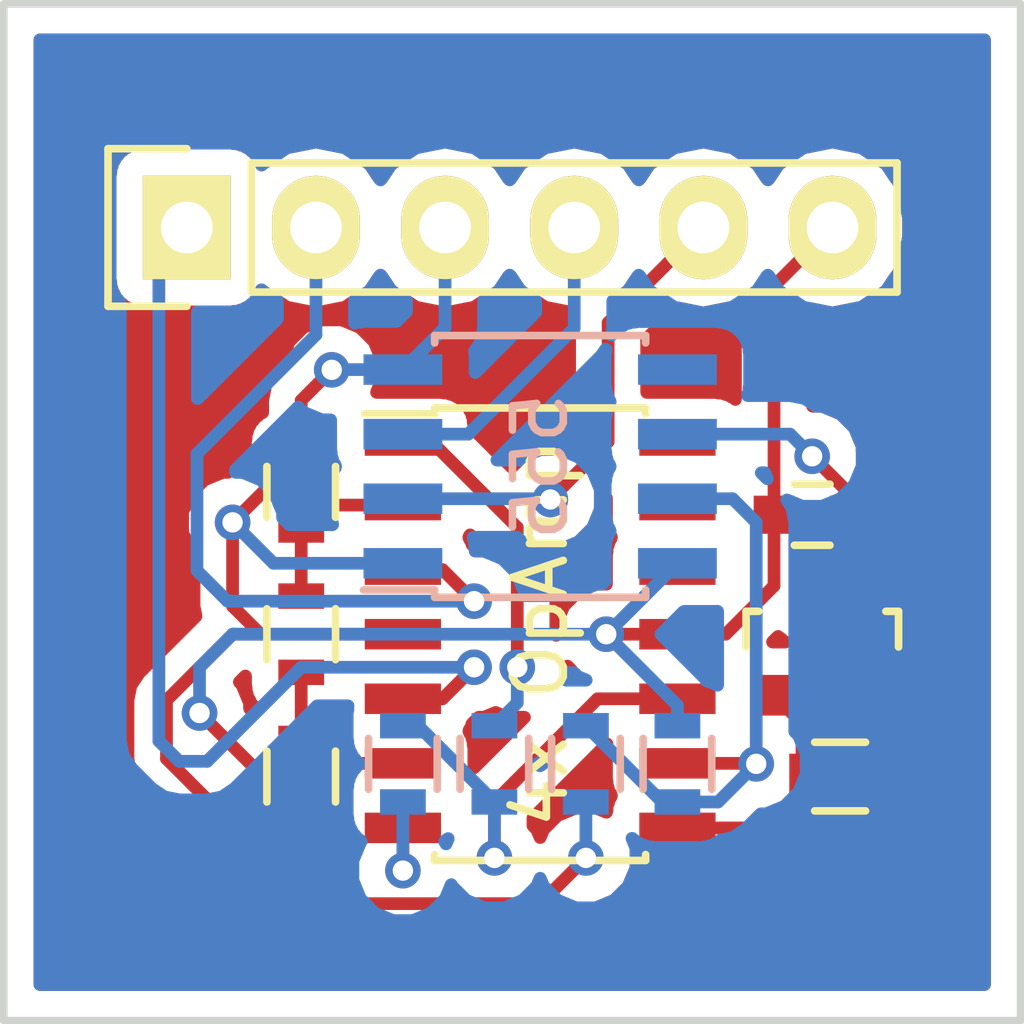
<source format=kicad_pcb>
(kicad_pcb (version 4) (host pcbnew 4.0.1-stable)

  (general
    (links 0)
    (no_connects 0)
    (area 122.719763 62.800713 149.380237 88.425001)
    (thickness 1.6)
    (drawings 4)
    (tracks 114)
    (zones 0)
    (modules 13)
    (nets 1)
  )

  (page A4)
  (layers
    (0 F.Cu signal)
    (31 B.Cu signal)
    (32 B.Adhes user)
    (33 F.Adhes user)
    (34 B.Paste user)
    (35 F.Paste user)
    (36 B.SilkS user)
    (37 F.SilkS user)
    (38 B.Mask user)
    (39 F.Mask user)
    (40 Dwgs.User user)
    (41 Cmts.User user)
    (42 Eco1.User user)
    (43 Eco2.User user)
    (44 Edge.Cuts user)
    (45 Margin user)
    (46 B.CrtYd user)
    (47 F.CrtYd user)
    (48 B.Fab user)
    (49 F.Fab user)
  )

  (setup
    (last_trace_width 0.25)
    (trace_clearance 0.16)
    (zone_clearance 0.508)
    (zone_45_only no)
    (trace_min 0.2)
    (segment_width 0.2)
    (edge_width 0.15)
    (via_size 0.7)
    (via_drill 0.4)
    (via_min_size 0.4)
    (via_min_drill 0.3)
    (uvia_size 0.3)
    (uvia_drill 0.1)
    (uvias_allowed no)
    (uvia_min_size 0.2)
    (uvia_min_drill 0.1)
    (pcb_text_width 0.3)
    (pcb_text_size 1.5 1.5)
    (mod_edge_width 0.15)
    (mod_text_size 1 1)
    (mod_text_width 0.15)
    (pad_size 1.524 1.524)
    (pad_drill 0.762)
    (pad_to_mask_clearance 0.2)
    (aux_axis_origin 0 0)
    (visible_elements 7FFFFF7F)
    (pcbplotparams
      (layerselection 0x01000_00000000)
      (usegerberextensions false)
      (excludeedgelayer true)
      (linewidth 0.100000)
      (plotframeref false)
      (viasonmask false)
      (mode 1)
      (useauxorigin false)
      (hpglpennumber 1)
      (hpglpenspeed 20)
      (hpglpendiameter 15)
      (hpglpenoverlay 2)
      (psnegative false)
      (psa4output false)
      (plotreference true)
      (plotvalue true)
      (plotinvisibletext false)
      (padsonsilk false)
      (subtractmaskfromsilk false)
      (outputformat 1)
      (mirror false)
      (drillshape 0)
      (scaleselection 1)
      (outputdirectory Gerbers/))
  )

  (net 0 "")

  (net_class Default "This is the default net class."
    (clearance 0.16)
    (trace_width 0.25)
    (via_dia 0.7)
    (via_drill 0.4)
    (uvia_dia 0.3)
    (uvia_drill 0.1)
  )

  (module Resistors_SMD:R_0603 (layer B.Cu) (tedit 56C283E0) (tstamp 56C2844E)
    (at 136.95 83.3 270)
    (descr "Resistor SMD 0603, reflow soldering, Vishay (see dcrcw.pdf)")
    (tags "resistor 0603")
    (attr smd)
    (fp_text reference REF** (at 0 1.9 270) (layer B.SilkS) hide
      (effects (font (size 1 1) (thickness 0.15)) (justify mirror))
    )
    (fp_text value R_0603 (at 0 -1.9 270) (layer B.Fab) hide
      (effects (font (size 1 1) (thickness 0.15)) (justify mirror))
    )
    (fp_line (start -1.3 0.8) (end 1.3 0.8) (layer B.CrtYd) (width 0.05))
    (fp_line (start -1.3 -0.8) (end 1.3 -0.8) (layer B.CrtYd) (width 0.05))
    (fp_line (start -1.3 0.8) (end -1.3 -0.8) (layer B.CrtYd) (width 0.05))
    (fp_line (start 1.3 0.8) (end 1.3 -0.8) (layer B.CrtYd) (width 0.05))
    (fp_line (start 0.5 -0.675) (end -0.5 -0.675) (layer B.SilkS) (width 0.15))
    (fp_line (start -0.5 0.675) (end 0.5 0.675) (layer B.SilkS) (width 0.15))
    (pad 1 smd rect (at -0.75 0 270) (size 0.5 0.9) (layers B.Cu B.Paste B.Mask))
    (pad 2 smd rect (at 0.75 0 270) (size 0.5 0.9) (layers B.Cu B.Paste B.Mask))
    (model Resistors_SMD.3dshapes/R_0603.wrl
      (at (xyz 0 0 0))
      (scale (xyz 1 1 1))
      (rotate (xyz 0 0 0))
    )
  )

  (module Resistors_SMD:R_0603 (layer B.Cu) (tedit 56C283E0) (tstamp 56C28459)
    (at 138.75 83.3 270)
    (descr "Resistor SMD 0603, reflow soldering, Vishay (see dcrcw.pdf)")
    (tags "resistor 0603")
    (attr smd)
    (fp_text reference REF** (at 0 1.9 270) (layer B.SilkS) hide
      (effects (font (size 1 1) (thickness 0.15)) (justify mirror))
    )
    (fp_text value R_0603 (at 0 -1.9 270) (layer B.Fab) hide
      (effects (font (size 1 1) (thickness 0.15)) (justify mirror))
    )
    (fp_line (start -1.3 0.8) (end 1.3 0.8) (layer B.CrtYd) (width 0.05))
    (fp_line (start -1.3 -0.8) (end 1.3 -0.8) (layer B.CrtYd) (width 0.05))
    (fp_line (start -1.3 0.8) (end -1.3 -0.8) (layer B.CrtYd) (width 0.05))
    (fp_line (start 1.3 0.8) (end 1.3 -0.8) (layer B.CrtYd) (width 0.05))
    (fp_line (start 0.5 -0.675) (end -0.5 -0.675) (layer B.SilkS) (width 0.15))
    (fp_line (start -0.5 0.675) (end 0.5 0.675) (layer B.SilkS) (width 0.15))
    (pad 1 smd rect (at -0.75 0 270) (size 0.5 0.9) (layers B.Cu B.Paste B.Mask))
    (pad 2 smd rect (at 0.75 0 270) (size 0.5 0.9) (layers B.Cu B.Paste B.Mask))
    (model Resistors_SMD.3dshapes/R_0603.wrl
      (at (xyz 0 0 0))
      (scale (xyz 1 1 1))
      (rotate (xyz 0 0 0))
    )
  )

  (module Resistors_SMD:R_0603 (layer F.Cu) (tedit 56C283E0) (tstamp 56C28443)
    (at 141.95 83.55)
    (descr "Resistor SMD 0603, reflow soldering, Vishay (see dcrcw.pdf)")
    (tags "resistor 0603")
    (attr smd)
    (fp_text reference REF** (at 0 -1.9) (layer F.SilkS) hide
      (effects (font (size 1 1) (thickness 0.15)))
    )
    (fp_text value R_0603 (at 0 1.9) (layer F.Fab) hide
      (effects (font (size 1 1) (thickness 0.15)))
    )
    (fp_line (start -1.3 -0.8) (end 1.3 -0.8) (layer F.CrtYd) (width 0.05))
    (fp_line (start -1.3 0.8) (end 1.3 0.8) (layer F.CrtYd) (width 0.05))
    (fp_line (start -1.3 -0.8) (end -1.3 0.8) (layer F.CrtYd) (width 0.05))
    (fp_line (start 1.3 -0.8) (end 1.3 0.8) (layer F.CrtYd) (width 0.05))
    (fp_line (start 0.5 0.675) (end -0.5 0.675) (layer F.SilkS) (width 0.15))
    (fp_line (start -0.5 -0.675) (end 0.5 -0.675) (layer F.SilkS) (width 0.15))
    (pad 1 smd rect (at -0.75 0) (size 0.5 0.9) (layers F.Cu F.Paste F.Mask))
    (pad 2 smd rect (at 0.75 0) (size 0.5 0.9) (layers F.Cu F.Paste F.Mask))
    (model Resistors_SMD.3dshapes/R_0603.wrl
      (at (xyz 0 0 0))
      (scale (xyz 1 1 1))
      (rotate (xyz 0 0 0))
    )
  )

  (module Resistors_SMD:R_0603 (layer B.Cu) (tedit 56C283E0) (tstamp 56C28438)
    (at 135.15 83.3 270)
    (descr "Resistor SMD 0603, reflow soldering, Vishay (see dcrcw.pdf)")
    (tags "resistor 0603")
    (attr smd)
    (fp_text reference REF** (at 0 1.9 270) (layer B.SilkS) hide
      (effects (font (size 1 1) (thickness 0.15)) (justify mirror))
    )
    (fp_text value R_0603 (at 0 -1.9 270) (layer B.Fab) hide
      (effects (font (size 1 1) (thickness 0.15)) (justify mirror))
    )
    (fp_line (start -1.3 0.8) (end 1.3 0.8) (layer B.CrtYd) (width 0.05))
    (fp_line (start -1.3 -0.8) (end 1.3 -0.8) (layer B.CrtYd) (width 0.05))
    (fp_line (start -1.3 0.8) (end -1.3 -0.8) (layer B.CrtYd) (width 0.05))
    (fp_line (start 1.3 0.8) (end 1.3 -0.8) (layer B.CrtYd) (width 0.05))
    (fp_line (start 0.5 -0.675) (end -0.5 -0.675) (layer B.SilkS) (width 0.15))
    (fp_line (start -0.5 0.675) (end 0.5 0.675) (layer B.SilkS) (width 0.15))
    (pad 1 smd rect (at -0.75 0 270) (size 0.5 0.9) (layers B.Cu B.Paste B.Mask))
    (pad 2 smd rect (at 0.75 0 270) (size 0.5 0.9) (layers B.Cu B.Paste B.Mask))
    (model Resistors_SMD.3dshapes/R_0603.wrl
      (at (xyz 0 0 0))
      (scale (xyz 1 1 1))
      (rotate (xyz 0 0 0))
    )
  )

  (module Resistors_SMD:R_0603 (layer F.Cu) (tedit 56C283E0) (tstamp 56C2842D)
    (at 131.35 83.55 270)
    (descr "Resistor SMD 0603, reflow soldering, Vishay (see dcrcw.pdf)")
    (tags "resistor 0603")
    (attr smd)
    (fp_text reference REF** (at 0 -1.9 270) (layer F.SilkS) hide
      (effects (font (size 1 1) (thickness 0.15)))
    )
    (fp_text value R_0603 (at 0 1.9 270) (layer F.Fab) hide
      (effects (font (size 1 1) (thickness 0.15)))
    )
    (fp_line (start -1.3 -0.8) (end 1.3 -0.8) (layer F.CrtYd) (width 0.05))
    (fp_line (start -1.3 0.8) (end 1.3 0.8) (layer F.CrtYd) (width 0.05))
    (fp_line (start -1.3 -0.8) (end -1.3 0.8) (layer F.CrtYd) (width 0.05))
    (fp_line (start 1.3 -0.8) (end 1.3 0.8) (layer F.CrtYd) (width 0.05))
    (fp_line (start 0.5 0.675) (end -0.5 0.675) (layer F.SilkS) (width 0.15))
    (fp_line (start -0.5 -0.675) (end 0.5 -0.675) (layer F.SilkS) (width 0.15))
    (pad 1 smd rect (at -0.75 0 270) (size 0.5 0.9) (layers F.Cu F.Paste F.Mask))
    (pad 2 smd rect (at 0.75 0 270) (size 0.5 0.9) (layers F.Cu F.Paste F.Mask))
    (model Resistors_SMD.3dshapes/R_0603.wrl
      (at (xyz 0 0 0))
      (scale (xyz 1 1 1))
      (rotate (xyz 0 0 0))
    )
  )

  (module Resistors_SMD:R_0603 (layer F.Cu) (tedit 56C283E0) (tstamp 56C28422)
    (at 131.35 77.95 270)
    (descr "Resistor SMD 0603, reflow soldering, Vishay (see dcrcw.pdf)")
    (tags "resistor 0603")
    (attr smd)
    (fp_text reference REF** (at 0 -1.9 270) (layer F.SilkS) hide
      (effects (font (size 1 1) (thickness 0.15)))
    )
    (fp_text value R_0603 (at 0 1.9 270) (layer F.Fab) hide
      (effects (font (size 1 1) (thickness 0.15)))
    )
    (fp_line (start -1.3 -0.8) (end 1.3 -0.8) (layer F.CrtYd) (width 0.05))
    (fp_line (start -1.3 0.8) (end 1.3 0.8) (layer F.CrtYd) (width 0.05))
    (fp_line (start -1.3 -0.8) (end -1.3 0.8) (layer F.CrtYd) (width 0.05))
    (fp_line (start 1.3 -0.8) (end 1.3 0.8) (layer F.CrtYd) (width 0.05))
    (fp_line (start 0.5 0.675) (end -0.5 0.675) (layer F.SilkS) (width 0.15))
    (fp_line (start -0.5 -0.675) (end 0.5 -0.675) (layer F.SilkS) (width 0.15))
    (pad 1 smd rect (at -0.75 0 270) (size 0.5 0.9) (layers F.Cu F.Paste F.Mask))
    (pad 2 smd rect (at 0.75 0 270) (size 0.5 0.9) (layers F.Cu F.Paste F.Mask))
    (model Resistors_SMD.3dshapes/R_0603.wrl
      (at (xyz 0 0 0))
      (scale (xyz 1 1 1))
      (rotate (xyz 0 0 0))
    )
  )

  (module Resistors_SMD:R_0603 (layer F.Cu) (tedit 56C283E0) (tstamp 56C28417)
    (at 131.35 80.75 270)
    (descr "Resistor SMD 0603, reflow soldering, Vishay (see dcrcw.pdf)")
    (tags "resistor 0603")
    (attr smd)
    (fp_text reference REF** (at 0 -1.9 270) (layer F.SilkS) hide
      (effects (font (size 1 1) (thickness 0.15)))
    )
    (fp_text value R_0603 (at 0 1.9 270) (layer F.Fab) hide
      (effects (font (size 1 1) (thickness 0.15)))
    )
    (fp_line (start -1.3 -0.8) (end 1.3 -0.8) (layer F.CrtYd) (width 0.05))
    (fp_line (start -1.3 0.8) (end 1.3 0.8) (layer F.CrtYd) (width 0.05))
    (fp_line (start -1.3 -0.8) (end -1.3 0.8) (layer F.CrtYd) (width 0.05))
    (fp_line (start 1.3 -0.8) (end 1.3 0.8) (layer F.CrtYd) (width 0.05))
    (fp_line (start 0.5 0.675) (end -0.5 0.675) (layer F.SilkS) (width 0.15))
    (fp_line (start -0.5 -0.675) (end 0.5 -0.675) (layer F.SilkS) (width 0.15))
    (pad 1 smd rect (at -0.75 0 270) (size 0.5 0.9) (layers F.Cu F.Paste F.Mask))
    (pad 2 smd rect (at 0.75 0 270) (size 0.5 0.9) (layers F.Cu F.Paste F.Mask))
    (model Resistors_SMD.3dshapes/R_0603.wrl
      (at (xyz 0 0 0))
      (scale (xyz 1 1 1))
      (rotate (xyz 0 0 0))
    )
  )

  (module Housings_SOIC:SOIC-8_3.9x4.9mm_Pitch1.27mm (layer B.Cu) (tedit 56C28807) (tstamp 56C281F7)
    (at 136.05 77.45)
    (descr "8-Lead Plastic Small Outline (SN) - Narrow, 3.90 mm Body [SOIC] (see Microchip Packaging Specification 00000049BS.pdf)")
    (tags "SOIC 1.27")
    (attr smd)
    (fp_text reference 555 (at 0 0 270) (layer B.SilkS)
      (effects (font (size 1 1) (thickness 0.15)) (justify mirror))
    )
    (fp_text value SOIC-8_3.9x4.9mm_Pitch1.27mm (at 0 -3.5) (layer B.Fab) hide
      (effects (font (size 1 1) (thickness 0.15)) (justify mirror))
    )
    (fp_line (start -3.75 2.75) (end -3.75 -2.75) (layer B.CrtYd) (width 0.05))
    (fp_line (start 3.75 2.75) (end 3.75 -2.75) (layer B.CrtYd) (width 0.05))
    (fp_line (start -3.75 2.75) (end 3.75 2.75) (layer B.CrtYd) (width 0.05))
    (fp_line (start -3.75 -2.75) (end 3.75 -2.75) (layer B.CrtYd) (width 0.05))
    (fp_line (start -2.075 2.575) (end -2.075 2.43) (layer B.SilkS) (width 0.15))
    (fp_line (start 2.075 2.575) (end 2.075 2.43) (layer B.SilkS) (width 0.15))
    (fp_line (start 2.075 -2.575) (end 2.075 -2.43) (layer B.SilkS) (width 0.15))
    (fp_line (start -2.075 -2.575) (end -2.075 -2.43) (layer B.SilkS) (width 0.15))
    (fp_line (start -2.075 2.575) (end 2.075 2.575) (layer B.SilkS) (width 0.15))
    (fp_line (start -2.075 -2.575) (end 2.075 -2.575) (layer B.SilkS) (width 0.15))
    (fp_line (start -2.075 2.43) (end -3.475 2.43) (layer B.SilkS) (width 0.15))
    (pad 1 smd rect (at -2.7 1.905) (size 1.55 0.6) (layers B.Cu B.Paste B.Mask))
    (pad 2 smd rect (at -2.7 0.635) (size 1.55 0.6) (layers B.Cu B.Paste B.Mask))
    (pad 3 smd rect (at -2.7 -0.635) (size 1.55 0.6) (layers B.Cu B.Paste B.Mask))
    (pad 4 smd rect (at -2.7 -1.905) (size 1.55 0.6) (layers B.Cu B.Paste B.Mask))
    (pad 5 smd rect (at 2.7 -1.905) (size 1.55 0.6) (layers B.Cu B.Paste B.Mask))
    (pad 6 smd rect (at 2.7 -0.635) (size 1.55 0.6) (layers B.Cu B.Paste B.Mask))
    (pad 7 smd rect (at 2.7 0.635) (size 1.55 0.6) (layers B.Cu B.Paste B.Mask))
    (pad 8 smd rect (at 2.7 1.905) (size 1.55 0.6) (layers B.Cu B.Paste B.Mask))
    (model Housings_SOIC.3dshapes/SOIC-8_3.9x4.9mm_Pitch1.27mm.wrl
      (at (xyz 0 0 0))
      (scale (xyz 1 1 1))
      (rotate (xyz 0 0 0))
    )
  )

  (module Housings_SOIC:SOIC-14_3.9x8.7mm_Pitch1.27mm (layer F.Cu) (tedit 56C3A8DE) (tstamp 56C2820E)
    (at 136.05 80.75)
    (descr "14-Lead Plastic Small Outline (SL) - Narrow, 3.90 mm Body [SOIC] (see Microchip Packaging Specification 00000049BS.pdf)")
    (tags "SOIC 1.27")
    (attr smd)
    (fp_text reference "4x OpAmp" (at 0 0 90) (layer F.SilkS)
      (effects (font (size 1 1) (thickness 0.15)))
    )
    (fp_text value SOIC-14_3.9x8.7mm_Pitch1.27mm (at 0 5.375) (layer F.Fab) hide
      (effects (font (size 1 1) (thickness 0.15)))
    )
    (fp_line (start -3.7 -4.65) (end -3.7 4.65) (layer F.CrtYd) (width 0.05))
    (fp_line (start 3.7 -4.65) (end 3.7 4.65) (layer F.CrtYd) (width 0.05))
    (fp_line (start -3.7 -4.65) (end 3.7 -4.65) (layer F.CrtYd) (width 0.05))
    (fp_line (start -3.7 4.65) (end 3.7 4.65) (layer F.CrtYd) (width 0.05))
    (fp_line (start -2.075 -4.45) (end -2.075 -4.335) (layer F.SilkS) (width 0.15))
    (fp_line (start 2.075 -4.45) (end 2.075 -4.335) (layer F.SilkS) (width 0.15))
    (fp_line (start 2.075 4.45) (end 2.075 4.335) (layer F.SilkS) (width 0.15))
    (fp_line (start -2.075 4.45) (end -2.075 4.335) (layer F.SilkS) (width 0.15))
    (fp_line (start -2.075 -4.45) (end 2.075 -4.45) (layer F.SilkS) (width 0.15))
    (fp_line (start -2.075 4.45) (end 2.075 4.45) (layer F.SilkS) (width 0.15))
    (fp_line (start -2.075 -4.335) (end -3.45 -4.335) (layer F.SilkS) (width 0.15))
    (pad 1 smd rect (at -2.7 -3.81) (size 1.5 0.6) (layers F.Cu F.Paste F.Mask))
    (pad 2 smd rect (at -2.7 -2.54) (size 1.5 0.6) (layers F.Cu F.Paste F.Mask))
    (pad 3 smd rect (at -2.7 -1.27) (size 1.5 0.6) (layers F.Cu F.Paste F.Mask))
    (pad 4 smd rect (at -2.7 0) (size 1.5 0.6) (layers F.Cu F.Paste F.Mask))
    (pad 5 smd rect (at -2.7 1.27) (size 1.5 0.6) (layers F.Cu F.Paste F.Mask))
    (pad 6 smd rect (at -2.7 2.54) (size 1.5 0.6) (layers F.Cu F.Paste F.Mask))
    (pad 7 smd rect (at -2.7 3.81) (size 1.5 0.6) (layers F.Cu F.Paste F.Mask))
    (pad 8 smd rect (at 2.7 3.81) (size 1.5 0.6) (layers F.Cu F.Paste F.Mask))
    (pad 9 smd rect (at 2.7 2.54) (size 1.5 0.6) (layers F.Cu F.Paste F.Mask))
    (pad 10 smd rect (at 2.7 1.27) (size 1.5 0.6) (layers F.Cu F.Paste F.Mask))
    (pad 11 smd rect (at 2.7 0) (size 1.5 0.6) (layers F.Cu F.Paste F.Mask))
    (pad 12 smd rect (at 2.7 -1.27) (size 1.5 0.6) (layers F.Cu F.Paste F.Mask))
    (pad 13 smd rect (at 2.7 -2.54) (size 1.5 0.6) (layers F.Cu F.Paste F.Mask))
    (pad 14 smd rect (at 2.7 -3.81) (size 1.5 0.6) (layers F.Cu F.Paste F.Mask))
    (model Housings_SOIC.3dshapes/SOIC-14_3.9x8.7mm_Pitch1.27mm.wrl
      (at (xyz 0 0 0))
      (scale (xyz 1 1 1))
      (rotate (xyz 0 0 0))
    )
  )

  (module Resistors_SMD:R_0603 (layer B.Cu) (tedit 56C283E0) (tstamp 56C284AF)
    (at 133.35 83.3 270)
    (descr "Resistor SMD 0603, reflow soldering, Vishay (see dcrcw.pdf)")
    (tags "resistor 0603")
    (attr smd)
    (fp_text reference REF** (at 0 1.9 270) (layer B.SilkS) hide
      (effects (font (size 1 1) (thickness 0.15)) (justify mirror))
    )
    (fp_text value R_0603 (at 0 -1.9 270) (layer B.Fab) hide
      (effects (font (size 1 1) (thickness 0.15)) (justify mirror))
    )
    (fp_line (start -1.3 0.8) (end 1.3 0.8) (layer B.CrtYd) (width 0.05))
    (fp_line (start -1.3 -0.8) (end 1.3 -0.8) (layer B.CrtYd) (width 0.05))
    (fp_line (start -1.3 0.8) (end -1.3 -0.8) (layer B.CrtYd) (width 0.05))
    (fp_line (start 1.3 0.8) (end 1.3 -0.8) (layer B.CrtYd) (width 0.05))
    (fp_line (start 0.5 -0.675) (end -0.5 -0.675) (layer B.SilkS) (width 0.15))
    (fp_line (start -0.5 0.675) (end 0.5 0.675) (layer B.SilkS) (width 0.15))
    (pad 1 smd rect (at -0.75 0 270) (size 0.5 0.9) (layers B.Cu B.Paste B.Mask))
    (pad 2 smd rect (at 0.75 0 270) (size 0.5 0.9) (layers B.Cu B.Paste B.Mask))
    (model Resistors_SMD.3dshapes/R_0603.wrl
      (at (xyz 0 0 0))
      (scale (xyz 1 1 1))
      (rotate (xyz 0 0 0))
    )
  )

  (module TO_SOT_Packages_SMD:SOT-23 (layer F.Cu) (tedit 56C3A909) (tstamp 56C9B702)
    (at 141.6 80.95)
    (descr "SOT-23, Standard")
    (tags SOT-23)
    (attr smd)
    (fp_text reference REF** (at 0 -2.25) (layer F.SilkS) hide
      (effects (font (size 1 1) (thickness 0.15)))
    )
    (fp_text value SOT-23 (at 0 2.3) (layer F.Fab) hide
      (effects (font (size 1 1) (thickness 0.15)))
    )
    (fp_line (start -1.65 -1.6) (end 1.65 -1.6) (layer F.CrtYd) (width 0.05))
    (fp_line (start 1.65 -1.6) (end 1.65 1.6) (layer F.CrtYd) (width 0.05))
    (fp_line (start 1.65 1.6) (end -1.65 1.6) (layer F.CrtYd) (width 0.05))
    (fp_line (start -1.65 1.6) (end -1.65 -1.6) (layer F.CrtYd) (width 0.05))
    (fp_line (start 1.29916 -0.65024) (end 1.2509 -0.65024) (layer F.SilkS) (width 0.15))
    (fp_line (start -1.49982 0.0508) (end -1.49982 -0.65024) (layer F.SilkS) (width 0.15))
    (fp_line (start -1.49982 -0.65024) (end -1.2509 -0.65024) (layer F.SilkS) (width 0.15))
    (fp_line (start 1.29916 -0.65024) (end 1.49982 -0.65024) (layer F.SilkS) (width 0.15))
    (fp_line (start 1.49982 -0.65024) (end 1.49982 0.0508) (layer F.SilkS) (width 0.15))
    (pad 1 smd rect (at -0.95 1.00076) (size 0.8001 0.8001) (layers F.Cu F.Paste F.Mask))
    (pad 2 smd rect (at 0.95 1.00076) (size 0.8001 0.8001) (layers F.Cu F.Paste F.Mask))
    (pad 3 smd rect (at 0 -0.99822) (size 0.8001 0.8001) (layers F.Cu F.Paste F.Mask))
    (model TO_SOT_Packages_SMD.3dshapes/SOT-23.wrl
      (at (xyz 0 0 0))
      (scale (xyz 1 1 1))
      (rotate (xyz 0 0 0))
    )
  )

  (module Capacitors_SMD:C_0603 (layer F.Cu) (tedit 56C3A8F7) (tstamp 56CF0BF4)
    (at 141.4 78.4)
    (descr "Capacitor SMD 0603, reflow soldering, AVX (see smccp.pdf)")
    (tags "capacitor 0603")
    (attr smd)
    (fp_text reference REF** (at 0 -1.9) (layer F.SilkS) hide
      (effects (font (size 1 1) (thickness 0.15)))
    )
    (fp_text value C_0603 (at 0 1.9) (layer F.Fab) hide
      (effects (font (size 1 1) (thickness 0.15)))
    )
    (fp_line (start -1.45 -0.75) (end 1.45 -0.75) (layer F.CrtYd) (width 0.05))
    (fp_line (start -1.45 0.75) (end 1.45 0.75) (layer F.CrtYd) (width 0.05))
    (fp_line (start -1.45 -0.75) (end -1.45 0.75) (layer F.CrtYd) (width 0.05))
    (fp_line (start 1.45 -0.75) (end 1.45 0.75) (layer F.CrtYd) (width 0.05))
    (fp_line (start -0.35 -0.6) (end 0.35 -0.6) (layer F.SilkS) (width 0.15))
    (fp_line (start 0.35 0.6) (end -0.35 0.6) (layer F.SilkS) (width 0.15))
    (pad 1 smd rect (at -0.75 0) (size 0.8 0.75) (layers F.Cu F.Paste F.Mask))
    (pad 2 smd rect (at 0.75 0) (size 0.8 0.75) (layers F.Cu F.Paste F.Mask))
    (model Capacitors_SMD.3dshapes/C_0603.wrl
      (at (xyz 0 0 0))
      (scale (xyz 1 1 1))
      (rotate (xyz 0 0 0))
    )
  )

  (module Pin_Headers:Pin_Header_Straight_1x06 (layer F.Cu) (tedit 56C3A900) (tstamp 56C49BDA)
    (at 129.1 72.75 90)
    (descr "Through hole pin header")
    (tags "pin header")
    (fp_text reference REF** (at 0 -5.1 90) (layer F.SilkS) hide
      (effects (font (size 1 1) (thickness 0.15)))
    )
    (fp_text value Pin_Header_Straight_1x06 (at 0 -3.1 90) (layer F.Fab) hide
      (effects (font (size 1 1) (thickness 0.15)))
    )
    (fp_line (start -1.75 -1.75) (end -1.75 14.45) (layer F.CrtYd) (width 0.05))
    (fp_line (start 1.75 -1.75) (end 1.75 14.45) (layer F.CrtYd) (width 0.05))
    (fp_line (start -1.75 -1.75) (end 1.75 -1.75) (layer F.CrtYd) (width 0.05))
    (fp_line (start -1.75 14.45) (end 1.75 14.45) (layer F.CrtYd) (width 0.05))
    (fp_line (start 1.27 1.27) (end 1.27 13.97) (layer F.SilkS) (width 0.15))
    (fp_line (start 1.27 13.97) (end -1.27 13.97) (layer F.SilkS) (width 0.15))
    (fp_line (start -1.27 13.97) (end -1.27 1.27) (layer F.SilkS) (width 0.15))
    (fp_line (start 1.55 -1.55) (end 1.55 0) (layer F.SilkS) (width 0.15))
    (fp_line (start 1.27 1.27) (end -1.27 1.27) (layer F.SilkS) (width 0.15))
    (fp_line (start -1.55 0) (end -1.55 -1.55) (layer F.SilkS) (width 0.15))
    (fp_line (start -1.55 -1.55) (end 1.55 -1.55) (layer F.SilkS) (width 0.15))
    (pad 1 thru_hole rect (at 0 0 90) (size 2.032 1.7272) (drill 1.016) (layers *.Cu *.Mask F.SilkS))
    (pad 2 thru_hole oval (at 0 2.54 90) (size 2.032 1.7272) (drill 1.016) (layers *.Cu *.Mask F.SilkS))
    (pad 3 thru_hole oval (at 0 5.08 90) (size 2.032 1.7272) (drill 1.016) (layers *.Cu *.Mask F.SilkS))
    (pad 4 thru_hole oval (at 0 7.62 90) (size 2.032 1.7272) (drill 1.016) (layers *.Cu *.Mask F.SilkS))
    (pad 5 thru_hole oval (at 0 10.16 90) (size 2.032 1.7272) (drill 1.016) (layers *.Cu *.Mask F.SilkS))
    (pad 6 thru_hole oval (at 0 12.7 90) (size 2.032 1.7272) (drill 1.016) (layers *.Cu *.Mask F.SilkS))
    (model Pin_Headers.3dshapes/Pin_Header_Straight_1x06.wrl
      (at (xyz 0 -0.25 0))
      (scale (xyz 1 1 1))
      (rotate (xyz 0 0 90))
    )
  )

  (gr_line (start 125.5 88.35) (end 125.5 68.35) (angle 90) (layer Edge.Cuts) (width 0.15))
  (gr_line (start 145.5 88.35) (end 125.5 88.35) (angle 90) (layer Edge.Cuts) (width 0.15))
  (gr_line (start 145.5 68.35) (end 145.5 88.35) (angle 90) (layer Edge.Cuts) (width 0.15))
  (gr_line (start 125.5 68.35) (end 145.5 68.35) (angle 90) (layer Edge.Cuts) (width 0.15))

  (segment (start 137.3875 76.9625) (end 137.3875 74.6225) (width 0.25) (layer F.Cu) (net 0))
  (segment (start 137.3875 74.6225) (end 139.26 72.75) (width 0.25) (layer F.Cu) (net 0) (tstamp 56C92696))
  (segment (start 140.65 78.4) (end 140.65 73.9) (width 0.25) (layer F.Cu) (net 0))
  (segment (start 140.65 73.9) (end 141.8 72.75) (width 0.25) (layer F.Cu) (net 0) (tstamp 56C49C80))
  (segment (start 133.35 78.085) (end 136.235 78.085) (width 0.25) (layer B.Cu) (net 0))
  (segment (start 136.235 78.085) (end 136.25 78.1) (width 0.25) (layer B.Cu) (net 0) (tstamp 56C49C79))
  (via (at 136.25 78.1) (size 0.7) (drill 0.4) (layers F.Cu B.Cu) (net 0))
  (segment (start 136.25 78.1) (end 137.3875 76.9625) (width 0.25) (layer F.Cu) (net 0) (tstamp 56C49C7B))
  (segment (start 131.35 81.4) (end 129.5 83.25) (width 0.25) (layer B.Cu) (net 0))
  (segment (start 128.55 82.85) (end 128.55 73.3) (width 0.25) (layer B.Cu) (net 0) (tstamp 56C49C63))
  (segment (start 128.95 83.25) (end 128.55 82.85) (width 0.25) (layer B.Cu) (net 0) (tstamp 56C49C62))
  (segment (start 129.5 83.25) (end 128.95 83.25) (width 0.25) (layer B.Cu) (net 0) (tstamp 56C49C61))
  (segment (start 128.55 73.3) (end 129.1 72.75) (width 0.25) (layer B.Cu) (net 0) (tstamp 56C49C64))
  (segment (start 129.95 80.1) (end 129.9 80.1) (width 0.25) (layer B.Cu) (net 0))
  (segment (start 129.9 80.1) (end 129.3 79.5) (width 0.25) (layer B.Cu) (net 0) (tstamp 56C49C55))
  (segment (start 131.64 72.75) (end 131.64 74.86) (width 0.25) (layer B.Cu) (net 0))
  (segment (start 131.64 74.86) (end 129.3 77.2) (width 0.25) (layer B.Cu) (net 0) (tstamp 56C49C4D))
  (segment (start 129.3 77.2) (end 129.3 79.5) (width 0.25) (layer B.Cu) (net 0) (tstamp 56C49C4F))
  (segment (start 134.13 79.48) (end 134.75 80.1) (width 0.25) (layer F.Cu) (net 0) (tstamp 56C286F3))
  (via (at 134.75 80.1) (size 0.7) (drill 0.4) (layers F.Cu B.Cu) (net 0))
  (segment (start 134.75 80.1) (end 129.95 80.1) (width 0.25) (layer B.Cu) (net 0) (tstamp 56C28706))
  (segment (start 134.13 79.48) (end 133.35 79.48) (width 0.25) (layer F.Cu) (net 0))
  (segment (start 133.35 76.815) (end 134.635 76.815) (width 0.25) (layer B.Cu) (net 0))
  (segment (start 136.72 74.73) (end 136.72 72.75) (width 0.25) (layer B.Cu) (net 0) (tstamp 56C49C26))
  (segment (start 134.635 76.815) (end 136.72 74.73) (width 0.25) (layer B.Cu) (net 0) (tstamp 56C49C24))
  (segment (start 134.18 72.75) (end 134.18 74.715) (width 0.25) (layer B.Cu) (net 0))
  (segment (start 134.18 74.715) (end 133.35 75.545) (width 0.25) (layer B.Cu) (net 0) (tstamp 56C49C1C))
  (segment (start 142.15 78.4) (end 142.15 78) (width 0.25) (layer F.Cu) (net 0))
  (segment (start 140.965 76.815) (end 138.75 76.815) (width 0.25) (layer B.Cu) (net 0) (tstamp 56CF0F0A))
  (segment (start 141.4 77.25) (end 140.965 76.815) (width 0.25) (layer B.Cu) (net 0) (tstamp 56CF0F09))
  (via (at 141.4 77.25) (size 0.7) (drill 0.4) (layers F.Cu B.Cu) (net 0))
  (segment (start 142.15 78) (end 141.4 77.25) (width 0.25) (layer F.Cu) (net 0) (tstamp 56CF0F07))
  (segment (start 142.15 78.4) (end 142.15 79.40178) (width 0.25) (layer F.Cu) (net 0))
  (segment (start 142.15 79.40178) (end 141.6 79.95178) (width 0.25) (layer F.Cu) (net 0) (tstamp 56CF0F03))
  (segment (start 138.75 80.75) (end 139.7 80.75) (width 0.25) (layer F.Cu) (net 0))
  (segment (start 140.65 79.8) (end 140.65 78.4) (width 0.25) (layer F.Cu) (net 0) (tstamp 56CF0EFF))
  (segment (start 139.7 80.75) (end 140.65 79.8) (width 0.25) (layer F.Cu) (net 0) (tstamp 56CF0EFE))
  (segment (start 133.89 76.94) (end 135.6 78.65) (width 0.25) (layer F.Cu) (net 0) (tstamp 56C28FC8))
  (segment (start 135.6 82.1) (end 135.15 82.55) (width 0.25) (layer B.Cu) (net 0) (tstamp 56C28FE2))
  (segment (start 135.6 82.05) (end 135.6 82.1) (width 0.25) (layer B.Cu) (net 0) (tstamp 56C28FDE))
  (segment (start 135.6 82) (end 135.6 82.05) (width 0.25) (layer B.Cu) (net 0) (tstamp 56C28FD7))
  (segment (start 135.6 81.4) (end 135.6 82) (width 0.25) (layer B.Cu) (net 0) (tstamp 56C28FD6))
  (via (at 135.6 81.4) (size 0.7) (drill 0.4) (layers F.Cu B.Cu) (net 0))
  (segment (start 135.6 78.65) (end 135.6 81.4) (width 0.25) (layer F.Cu) (net 0) (tstamp 56C28FCF))
  (segment (start 133.35 76.94) (end 133.89 76.94) (width 0.25) (layer F.Cu) (net 0))
  (segment (start 131.35 77.2) (end 131.35 76.15) (width 0.25) (layer F.Cu) (net 0))
  (segment (start 131.955 75.545) (end 133.35 75.545) (width 0.25) (layer B.Cu) (net 0) (tstamp 56C9B88E))
  (segment (start 131.95 75.55) (end 131.955 75.545) (width 0.25) (layer B.Cu) (net 0) (tstamp 56C9B88D))
  (via (at 131.95 75.55) (size 0.7) (drill 0.4) (layers F.Cu B.Cu) (net 0))
  (segment (start 131.35 76.15) (end 131.95 75.55) (width 0.25) (layer F.Cu) (net 0) (tstamp 56C9B88B))
  (segment (start 141.2 83.55) (end 141.2 82.50076) (width 0.25) (layer F.Cu) (net 0))
  (segment (start 141.2 82.50076) (end 140.65 81.95076) (width 0.25) (layer F.Cu) (net 0) (tstamp 56C9B882))
  (segment (start 142.7 83.55) (end 142.7 82.10076) (width 0.25) (layer F.Cu) (net 0))
  (segment (start 142.7 82.10076) (end 142.55 81.95076) (width 0.25) (layer F.Cu) (net 0) (tstamp 56C9B87F))
  (segment (start 138.75 84.56) (end 141.69 84.56) (width 0.25) (layer F.Cu) (net 0))
  (segment (start 141.69 84.56) (end 142.7 83.55) (width 0.25) (layer F.Cu) (net 0) (tstamp 56C9B87B))
  (segment (start 138.75 78.085) (end 139.835 78.085) (width 0.25) (layer B.Cu) (net 0))
  (segment (start 140.3 78.55) (end 140.3 83.3) (width 0.25) (layer B.Cu) (net 0) (tstamp 56C29479))
  (segment (start 139.835 78.085) (end 140.3 78.55) (width 0.25) (layer B.Cu) (net 0) (tstamp 56C29475))
  (segment (start 133.35 82.02) (end 134.13 82.02) (width 0.25) (layer F.Cu) (net 0))
  (segment (start 134.75 81.4) (end 131.35 81.4) (width 0.25) (layer B.Cu) (net 0) (tstamp 56C293BE))
  (via (at 134.75 81.4) (size 0.7) (drill 0.4) (layers F.Cu B.Cu) (net 0))
  (segment (start 134.13 82.02) (end 134.75 81.4) (width 0.25) (layer F.Cu) (net 0) (tstamp 56C293B9))
  (segment (start 130.55 80.75) (end 130 80.75) (width 0.25) (layer F.Cu) (net 0))
  (segment (start 130 80.75) (end 129.35 81.4) (width 0.25) (layer F.Cu) (net 0) (tstamp 56C29398))
  (segment (start 129.35 81.4) (end 128.7 82.05) (width 0.25) (layer F.Cu) (net 0) (tstamp 56C2916A))
  (segment (start 136.95 85.15) (end 136.95 84.05) (width 0.25) (layer B.Cu) (net 0) (tstamp 56C291AC))
  (via (at 136.95 85.15) (size 0.7) (drill 0.4) (layers F.Cu B.Cu) (net 0))
  (segment (start 136.05 86.05) (end 136.95 85.15) (width 0.25) (layer F.Cu) (net 0) (tstamp 56C29189))
  (segment (start 131.55 86.05) (end 136.05 86.05) (width 0.25) (layer F.Cu) (net 0) (tstamp 56C29187))
  (segment (start 128.7 83.2) (end 131.55 86.05) (width 0.25) (layer F.Cu) (net 0) (tstamp 56C2917E))
  (segment (start 128.7 82.05) (end 128.7 83.2) (width 0.25) (layer F.Cu) (net 0) (tstamp 56C2917A))
  (via (at 130 78.55) (size 0.7) (drill 0.4) (layers F.Cu B.Cu) (net 0))
  (segment (start 133.35 79.355) (end 130.805 79.355) (width 0.25) (layer B.Cu) (net 0) (tstamp 56C2924A))
  (segment (start 130.805 79.355) (end 130 78.55) (width 0.25) (layer B.Cu) (net 0) (tstamp 56C29249))
  (segment (start 133.35 80.75) (end 130.55 80.75) (width 0.25) (layer F.Cu) (net 0))
  (segment (start 130 78.55) (end 131.35 77.2) (width 0.25) (layer F.Cu) (net 0) (tstamp 56C2923E))
  (segment (start 130 80.2) (end 130 78.55) (width 0.25) (layer F.Cu) (net 0) (tstamp 56C2923B))
  (segment (start 130.55 80.75) (end 130 80.2) (width 0.25) (layer F.Cu) (net 0) (tstamp 56C29230))
  (segment (start 137.35 80.75) (end 137.355 80.75) (width 0.25) (layer B.Cu) (net 0))
  (segment (start 137.355 80.75) (end 138.75 79.355) (width 0.25) (layer B.Cu) (net 0) (tstamp 56C291DD))
  (segment (start 138.75 84.05) (end 139.55 84.05) (width 0.25) (layer B.Cu) (net 0))
  (segment (start 140.29 83.29) (end 138.75 83.29) (width 0.25) (layer F.Cu) (net 0) (tstamp 56C29149))
  (segment (start 140.3 83.3) (end 140.29 83.29) (width 0.25) (layer F.Cu) (net 0) (tstamp 56C29148))
  (via (at 140.3 83.3) (size 0.7) (drill 0.4) (layers F.Cu B.Cu) (net 0))
  (segment (start 139.55 84.05) (end 140.3 83.3) (width 0.25) (layer B.Cu) (net 0) (tstamp 56C29142))
  (segment (start 135.15 84.05) (end 135.15 85.15) (width 0.25) (layer B.Cu) (net 0))
  (segment (start 137.18 82.02) (end 138.75 82.02) (width 0.25) (layer F.Cu) (net 0) (tstamp 56C2911F))
  (segment (start 135.15 84.05) (end 137.18 82.02) (width 0.25) (layer F.Cu) (net 0) (tstamp 56C29117))
  (segment (start 135.15 85.15) (end 135.15 84.05) (width 0.25) (layer F.Cu) (net 0) (tstamp 56C29116))
  (via (at 135.15 85.15) (size 0.7) (drill 0.4) (layers F.Cu B.Cu) (net 0))
  (segment (start 138.75 84.05) (end 138.45 84.05) (width 0.25) (layer B.Cu) (net 0))
  (segment (start 138.45 84.05) (end 136.95 82.55) (width 0.25) (layer B.Cu) (net 0) (tstamp 56C290C5))
  (segment (start 133.35 82.55) (end 133.65 82.55) (width 0.25) (layer B.Cu) (net 0))
  (segment (start 133.65 82.55) (end 135.15 84.05) (width 0.25) (layer B.Cu) (net 0) (tstamp 56C28F6E))
  (segment (start 133.35 84.56) (end 133.35 85.4) (width 0.25) (layer F.Cu) (net 0))
  (segment (start 133.35 85.4) (end 133.35 84.05) (width 0.25) (layer B.Cu) (net 0) (tstamp 56C28F68))
  (via (at 133.35 85.4) (size 0.7) (drill 0.4) (layers F.Cu B.Cu) (net 0))
  (segment (start 138.75 82.55) (end 138.75 82.15) (width 0.25) (layer B.Cu) (net 0))
  (segment (start 138.75 82.15) (end 137.35 80.75) (width 0.25) (layer B.Cu) (net 0) (tstamp 56C28E91))
  (segment (start 130.05 80.75) (end 130 80.75) (width 0.25) (layer B.Cu) (net 0))
  (via (at 137.35 80.75) (size 0.7) (drill 0.4) (layers F.Cu B.Cu) (net 0))
  (segment (start 137.35 80.75) (end 130.05 80.75) (width 0.25) (layer B.Cu) (net 0) (tstamp 56C2874E))
  (segment (start 138.75 80.75) (end 137.35 80.75) (width 0.25) (layer F.Cu) (net 0))
  (segment (start 129.35 82.3) (end 131.35 84.3) (width 0.25) (layer F.Cu) (net 0) (tstamp 56C28ABE))
  (via (at 129.35 82.3) (size 0.7) (drill 0.4) (layers F.Cu B.Cu) (net 0))
  (segment (start 129.35 81.4) (end 129.35 82.3) (width 0.25) (layer B.Cu) (net 0) (tstamp 56C28A96))
  (segment (start 130 80.75) (end 129.35 81.4) (width 0.25) (layer B.Cu) (net 0) (tstamp 56C28A91))
  (segment (start 133.35 78.21) (end 131.84 78.21) (width 0.25) (layer F.Cu) (net 0))
  (segment (start 131.84 78.21) (end 131.35 78.7) (width 0.25) (layer F.Cu) (net 0) (tstamp 56C286C8))
  (segment (start 133.35 83.29) (end 131.84 83.29) (width 0.25) (layer F.Cu) (net 0))
  (segment (start 131.84 83.29) (end 131.35 82.8) (width 0.25) (layer F.Cu) (net 0) (tstamp 56C286C5))
  (segment (start 131.35 82.8) (end 131.35 81.5) (width 0.25) (layer F.Cu) (net 0))
  (segment (start 131.35 80) (end 131.35 78.7) (width 0.25) (layer F.Cu) (net 0))

  (zone (net 0) (net_name "") (layer F.Cu) (tstamp 56C92735) (hatch edge 0.508)
    (connect_pads (clearance 0.508))
    (min_thickness 0.254)
    (fill yes (arc_segments 16) (thermal_gap 0.508) (thermal_bridge_width 0.508))
    (polygon
      (pts
        (xy 125.475 68.325) (xy 145.475 68.35) (xy 145.5 88.325) (xy 125.525 88.35)
      )
    )
    (filled_polygon
      (pts
        (xy 144.79 87.64) (xy 126.21 87.64) (xy 126.21 71.734) (xy 127.58896 71.734) (xy 127.58896 73.766)
        (xy 127.6014 73.832113) (xy 127.6014 73.892309) (xy 127.622155 73.942416) (xy 127.633238 74.001317) (xy 127.670608 74.059391)
        (xy 127.698073 74.125698) (xy 127.740714 74.168339) (xy 127.77231 74.217441) (xy 127.827579 74.255205) (xy 127.876701 74.304327)
        (xy 127.934528 74.32828) (xy 127.98451 74.362431) (xy 128.048031 74.375294) (xy 128.11009 74.401) (xy 128.174969 74.401)
        (xy 128.2364 74.41344) (xy 129.9636 74.41344) (xy 130.029713 74.401) (xy 130.08991 74.401) (xy 130.140018 74.380245)
        (xy 130.198917 74.369162) (xy 130.25699 74.331793) (xy 130.323299 74.304327) (xy 130.36594 74.261685) (xy 130.415041 74.23009)
        (xy 130.452806 74.17482) (xy 130.501927 74.125698) (xy 130.525879 74.067874) (xy 130.560031 74.01789) (xy 130.5684 73.976561)
        (xy 130.58033 73.994415) (xy 130.735771 74.098277) (xy 130.737964 74.100732) (xy 130.743269 74.103287) (xy 131.066511 74.319271)
        (xy 131.64 74.433345) (xy 132.213489 74.319271) (xy 132.536731 74.103287) (xy 132.542036 74.100732) (xy 132.544229 74.098277)
        (xy 132.69967 73.994415) (xy 132.885468 73.716349) (xy 132.91 73.688892) (xy 132.934532 73.716349) (xy 133.12033 73.994415)
        (xy 133.275771 74.098277) (xy 133.277964 74.100732) (xy 133.283269 74.103287) (xy 133.606511 74.319271) (xy 134.18 74.433345)
        (xy 134.753489 74.319271) (xy 135.076731 74.103287) (xy 135.082036 74.100732) (xy 135.084229 74.098277) (xy 135.23967 73.994415)
        (xy 135.425468 73.716349) (xy 135.45 73.688892) (xy 135.474532 73.716349) (xy 135.66033 73.994415) (xy 135.815771 74.098277)
        (xy 135.817964 74.100732) (xy 135.823269 74.103287) (xy 136.146511 74.319271) (xy 136.667214 74.422845) (xy 136.6275 74.6225)
        (xy 136.6275 76.647698) (xy 136.160276 77.114922) (xy 136.054931 77.11483) (xy 135.692771 77.264471) (xy 135.490846 77.466044)
        (xy 134.74744 76.722638) (xy 134.74744 76.64) (xy 134.735 76.573887) (xy 134.735 76.51369) (xy 134.714245 76.463582)
        (xy 134.703162 76.404683) (xy 134.665793 76.34661) (xy 134.638327 76.280301) (xy 134.595685 76.23766) (xy 134.56409 76.188559)
        (xy 134.50882 76.150794) (xy 134.459698 76.101673) (xy 134.401874 76.077721) (xy 134.35189 76.043569) (xy 134.288367 76.030705)
        (xy 134.226309 76.005) (xy 134.161431 76.005) (xy 134.1 75.99256) (xy 132.832775 75.99256) (xy 132.934828 75.746788)
        (xy 132.93517 75.354931) (xy 132.785529 74.992771) (xy 132.508686 74.715445) (xy 132.146788 74.565172) (xy 131.754931 74.56483)
        (xy 131.392771 74.714471) (xy 131.115445 74.991314) (xy 130.965172 75.353212) (xy 130.965079 75.460119) (xy 130.812599 75.612599)
        (xy 130.647852 75.859161) (xy 130.59 76.15) (xy 130.59 76.391087) (xy 130.540301 76.411673) (xy 130.49766 76.454315)
        (xy 130.448559 76.48591) (xy 130.410794 76.54118) (xy 130.361673 76.590302) (xy 130.337721 76.648126) (xy 130.303569 76.69811)
        (xy 130.290705 76.761633) (xy 130.265 76.823691) (xy 130.265 76.888569) (xy 130.25256 76.95) (xy 130.25256 77.222638)
        (xy 129.910276 77.564922) (xy 129.804931 77.56483) (xy 129.442771 77.714471) (xy 129.165445 77.991314) (xy 129.015172 78.353212)
        (xy 129.01483 78.745069) (xy 129.164471 79.107229) (xy 129.24 79.18289) (xy 129.24 80.2) (xy 129.279022 80.396176)
        (xy 128.162599 81.512599) (xy 127.997852 81.759161) (xy 127.94 82.05) (xy 127.94 83.2) (xy 127.997852 83.490839)
        (xy 128.162599 83.737401) (xy 131.012599 86.587401) (xy 131.259161 86.752148) (xy 131.55 86.81) (xy 136.05 86.81)
        (xy 136.340839 86.752148) (xy 136.587401 86.587401) (xy 137.039724 86.135078) (xy 137.145069 86.13517) (xy 137.507229 85.985529)
        (xy 137.784555 85.708686) (xy 137.873345 85.494857) (xy 137.873691 85.495) (xy 137.938569 85.495) (xy 138 85.50744)
        (xy 139.5 85.50744) (xy 139.566113 85.495) (xy 139.626309 85.495) (xy 139.676416 85.474245) (xy 139.735317 85.463162)
        (xy 139.793391 85.425792) (xy 139.859698 85.398327) (xy 139.902339 85.355686) (xy 139.951441 85.32409) (xy 139.954236 85.32)
        (xy 141.69 85.32) (xy 141.980839 85.262148) (xy 142.227401 85.097401) (xy 142.677362 84.64744) (xy 142.95 84.64744)
        (xy 143.016113 84.635) (xy 143.076309 84.635) (xy 143.126416 84.614245) (xy 143.185317 84.603162) (xy 143.243391 84.565792)
        (xy 143.309698 84.538327) (xy 143.352339 84.495686) (xy 143.401441 84.46409) (xy 143.439205 84.408821) (xy 143.488327 84.359699)
        (xy 143.51228 84.301872) (xy 143.546431 84.25189) (xy 143.559294 84.188369) (xy 143.585 84.12631) (xy 143.585 84.061431)
        (xy 143.59744 84) (xy 143.59744 83.1) (xy 143.585 83.033887) (xy 143.585 82.97369) (xy 143.564245 82.923582)
        (xy 143.553162 82.864683) (xy 143.515793 82.80661) (xy 143.488327 82.740301) (xy 143.473456 82.72543) (xy 143.488377 82.710509)
        (xy 143.51233 82.652682) (xy 143.546481 82.6027) (xy 143.559344 82.539179) (xy 143.58505 82.47712) (xy 143.58505 82.412241)
        (xy 143.59749 82.35081) (xy 143.59749 81.55071) (xy 143.58505 81.484597) (xy 143.58505 81.4244) (xy 143.564295 81.374292)
        (xy 143.553212 81.315393) (xy 143.515843 81.25732) (xy 143.488377 81.191011) (xy 143.445735 81.14837) (xy 143.41414 81.099269)
        (xy 143.35887 81.061504) (xy 143.309748 81.012383) (xy 143.251924 80.988431) (xy 143.20194 80.954279) (xy 143.138417 80.941415)
        (xy 143.076359 80.91571) (xy 143.011481 80.91571) (xy 142.95005 80.90327) (xy 142.32809 80.90327) (xy 142.359748 80.890157)
        (xy 142.402389 80.847516) (xy 142.451491 80.81592) (xy 142.489255 80.760651) (xy 142.538377 80.711529) (xy 142.56233 80.653702)
        (xy 142.596481 80.60372) (xy 142.609344 80.540199) (xy 142.63505 80.47814) (xy 142.63505 80.413261) (xy 142.64749 80.35183)
        (xy 142.64749 79.979092) (xy 142.687401 79.939181) (xy 142.852148 79.69262) (xy 142.873555 79.585) (xy 142.91 79.40178)
        (xy 142.91 79.313025) (xy 142.952339 79.270686) (xy 143.001441 79.23909) (xy 143.039205 79.183821) (xy 143.088327 79.134699)
        (xy 143.11228 79.076872) (xy 143.146431 79.02689) (xy 143.159294 78.963369) (xy 143.185 78.90131) (xy 143.185 78.836431)
        (xy 143.19744 78.775) (xy 143.19744 78.025) (xy 143.185 77.958887) (xy 143.185 77.89869) (xy 143.164245 77.848582)
        (xy 143.153162 77.789683) (xy 143.115793 77.73161) (xy 143.088327 77.665301) (xy 143.045685 77.62266) (xy 143.01409 77.573559)
        (xy 142.95882 77.535794) (xy 142.909698 77.486673) (xy 142.851874 77.462721) (xy 142.80189 77.428569) (xy 142.738367 77.415705)
        (xy 142.676309 77.39) (xy 142.614802 77.39) (xy 142.385078 77.160276) (xy 142.38517 77.054931) (xy 142.235529 76.692771)
        (xy 141.958686 76.415445) (xy 141.596788 76.265172) (xy 141.41 76.265009) (xy 141.41 74.355769) (xy 141.8 74.433345)
        (xy 142.373489 74.319271) (xy 142.696731 74.103287) (xy 142.702036 74.100732) (xy 142.704229 74.098277) (xy 142.85967 73.994415)
        (xy 143.045468 73.716349) (xy 143.091954 73.66432) (xy 143.104832 73.627505) (xy 143.184526 73.508234) (xy 143.234587 73.25656)
        (xy 143.285184 73.111913) (xy 143.268699 73.085069) (xy 143.2986 72.934745) (xy 143.2986 72.565255) (xy 143.268699 72.414931)
        (xy 143.285184 72.388087) (xy 143.234587 72.24344) (xy 143.184526 71.991766) (xy 143.104832 71.872495) (xy 143.091954 71.83568)
        (xy 143.045468 71.783651) (xy 142.85967 71.505585) (xy 142.704229 71.401723) (xy 142.702036 71.399268) (xy 142.696731 71.396713)
        (xy 142.373489 71.180729) (xy 141.8 71.066655) (xy 141.226511 71.180729) (xy 140.903269 71.396713) (xy 140.897964 71.399268)
        (xy 140.895771 71.401723) (xy 140.74033 71.505585) (xy 140.554532 71.783651) (xy 140.53 71.811108) (xy 140.505468 71.783651)
        (xy 140.31967 71.505585) (xy 140.164229 71.401723) (xy 140.162036 71.399268) (xy 140.156731 71.396713) (xy 139.833489 71.180729)
        (xy 139.26 71.066655) (xy 138.686511 71.180729) (xy 138.363269 71.396713) (xy 138.357964 71.399268) (xy 138.355771 71.401723)
        (xy 138.20033 71.505585) (xy 138.014532 71.783651) (xy 137.99 71.811108) (xy 137.965468 71.783651) (xy 137.77967 71.505585)
        (xy 137.624229 71.401723) (xy 137.622036 71.399268) (xy 137.616731 71.396713) (xy 137.293489 71.180729) (xy 136.72 71.066655)
        (xy 136.146511 71.180729) (xy 135.823269 71.396713) (xy 135.817964 71.399268) (xy 135.815771 71.401723) (xy 135.66033 71.505585)
        (xy 135.474532 71.783651) (xy 135.45 71.811108) (xy 135.425468 71.783651) (xy 135.23967 71.505585) (xy 135.084229 71.401723)
        (xy 135.082036 71.399268) (xy 135.076731 71.396713) (xy 134.753489 71.180729) (xy 134.18 71.066655) (xy 133.606511 71.180729)
        (xy 133.283269 71.396713) (xy 133.277964 71.399268) (xy 133.275771 71.401723) (xy 133.12033 71.505585) (xy 132.934532 71.783651)
        (xy 132.91 71.811108) (xy 132.885468 71.783651) (xy 132.69967 71.505585) (xy 132.544229 71.401723) (xy 132.542036 71.399268)
        (xy 132.536731 71.396713) (xy 132.213489 71.180729) (xy 131.64 71.066655) (xy 131.066511 71.180729) (xy 130.743269 71.396713)
        (xy 130.737964 71.399268) (xy 130.735771 71.401723) (xy 130.58033 71.505585) (xy 130.570757 71.519913) (xy 130.566762 71.498683)
        (xy 130.529392 71.440609) (xy 130.501927 71.374302) (xy 130.459286 71.331661) (xy 130.42769 71.282559) (xy 130.372421 71.244795)
        (xy 130.323299 71.195673) (xy 130.265472 71.17172) (xy 130.21549 71.137569) (xy 130.151969 71.124706) (xy 130.08991 71.099)
        (xy 130.025031 71.099) (xy 129.9636 71.08656) (xy 128.2364 71.08656) (xy 128.170287 71.099) (xy 128.11009 71.099)
        (xy 128.059982 71.119755) (xy 128.001083 71.130838) (xy 127.94301 71.168207) (xy 127.876701 71.195673) (xy 127.83406 71.238315)
        (xy 127.784959 71.26991) (xy 127.747194 71.32518) (xy 127.698073 71.374302) (xy 127.674121 71.432126) (xy 127.639969 71.48211)
        (xy 127.627105 71.545633) (xy 127.6014 71.607691) (xy 127.6014 71.672569) (xy 127.58896 71.734) (xy 126.21 71.734)
        (xy 126.21 69.06) (xy 144.79 69.06)
      )
    )
    (filled_polygon
      (pts
        (xy 132.034207 85.15339) (xy 132.061673 85.219699) (xy 132.104315 85.26234) (xy 132.122113 85.29) (xy 131.864802 85.29)
        (xy 131.772242 85.19744) (xy 131.8 85.19744) (xy 131.866113 85.185) (xy 131.92631 85.185) (xy 131.976418 85.164245)
        (xy 132.034196 85.153373)
      )
    )
    (filled_polygon
      (pts
        (xy 137.365 82.928569) (xy 137.35256 82.99) (xy 137.35256 83.59) (xy 137.365 83.656113) (xy 137.365 83.71631)
        (xy 137.385755 83.766418) (xy 137.396838 83.825317) (xy 137.434207 83.88339) (xy 137.451442 83.925) (xy 137.43772 83.958128)
        (xy 137.403569 84.00811) (xy 137.390706 84.071631) (xy 137.365 84.13369) (xy 137.365 84.198569) (xy 137.354313 84.251344)
        (xy 137.146788 84.165172) (xy 136.754931 84.16483) (xy 136.392771 84.314471) (xy 136.115445 84.591314) (xy 136.050025 84.748863)
        (xy 135.985529 84.592771) (xy 135.91 84.51711) (xy 135.91 84.364802) (xy 137.365 82.909802)
      )
    )
    (filled_polygon
      (pts
        (xy 135.403212 82.384828) (xy 135.740076 82.385122) (xy 134.74744 83.377758) (xy 134.74744 82.99) (xy 134.735 82.923887)
        (xy 134.735 82.86369) (xy 134.714245 82.813582) (xy 134.703162 82.754683) (xy 134.665793 82.69661) (xy 134.648558 82.655)
        (xy 134.66228 82.621872) (xy 134.696431 82.57189) (xy 134.707482 82.51732) (xy 134.839724 82.385078) (xy 134.945069 82.38517)
        (xy 135.175119 82.290116)
      )
    )
    (filled_polygon
      (pts
        (xy 130.25256 81.75) (xy 130.265 81.816113) (xy 130.265 81.876309) (xy 130.285755 81.926416) (xy 130.296838 81.985317)
        (xy 130.334208 82.043391) (xy 130.361673 82.109698) (xy 130.401975 82.15) (xy 130.361673 82.190302) (xy 130.348033 82.223231)
        (xy 130.335078 82.210276) (xy 130.33517 82.104931) (xy 130.185529 81.742771) (xy 130.133825 81.690977) (xy 130.25256 81.572242)
      )
    )
    (filled_polygon
      (pts
        (xy 136.670755 81.463786) (xy 136.642599 81.482599) (xy 136.584877 81.540321) (xy 136.585019 81.3779)
      )
    )
    (filled_polygon
      (pts
        (xy 141.790252 81.012383) (xy 141.747611 81.055024) (xy 141.698509 81.08662) (xy 141.660745 81.141889) (xy 141.611623 81.191011)
        (xy 141.6 81.219071) (xy 141.588377 81.191011) (xy 141.545735 81.14837) (xy 141.51414 81.099269) (xy 141.45887 81.061504)
        (xy 141.409748 81.012383) (xy 141.37809 80.99927) (xy 141.82191 80.99927)
      )
    )
    (filled_polygon
      (pts
        (xy 140.73586 80.803271) (xy 140.79113 80.841036) (xy 140.840252 80.890157) (xy 140.87191 80.90327) (xy 140.621532 80.90327)
        (xy 140.73025 80.794552)
      )
    )
    (filled_polygon
      (pts
        (xy 137.35256 78.51) (xy 137.365 78.576113) (xy 137.365 78.63631) (xy 137.385755 78.686418) (xy 137.396838 78.745317)
        (xy 137.434207 78.80339) (xy 137.451442 78.845) (xy 137.43772 78.878128) (xy 137.403569 78.92811) (xy 137.390706 78.991631)
        (xy 137.365 79.05369) (xy 137.365 79.118569) (xy 137.35256 79.18) (xy 137.35256 79.765002) (xy 137.154931 79.76483)
        (xy 136.792771 79.914471) (xy 136.515445 80.191314) (xy 136.365172 80.553212) (xy 136.364981 80.7721) (xy 136.36 80.76711)
        (xy 136.36 79.085096) (xy 136.445069 79.08517) (xy 136.807229 78.935529) (xy 137.084555 78.658686) (xy 137.234828 78.296788)
        (xy 137.234921 78.189881) (xy 137.35256 78.072242)
      )
    )
    (filled_polygon
      (pts
        (xy 134.84 78.964802) (xy 134.84 79.115079) (xy 134.839881 79.115079) (xy 134.710967 78.986165) (xy 134.703162 78.944683)
        (xy 134.665793 78.88661) (xy 134.648558 78.845) (xy 134.66228 78.811872) (xy 134.672343 78.797145)
      )
    )
    (filled_polygon
      (pts
        (xy 139.89 76.131975) (xy 139.859698 76.101673) (xy 139.801874 76.077721) (xy 139.75189 76.043569) (xy 139.688367 76.030705)
        (xy 139.626309 76.005) (xy 139.561431 76.005) (xy 139.5 75.99256) (xy 138.1475 75.99256) (xy 138.1475 74.937302)
        (xy 138.752421 74.332381) (xy 139.26 74.433345) (xy 139.833489 74.319271) (xy 139.89 74.281512)
      )
    )
  )
  (zone (net 0) (net_name "") (layer B.Cu) (tstamp 56C92752) (hatch edge 0.508)
    (connect_pads (clearance 0.508))
    (min_thickness 0.254)
    (fill yes (arc_segments 16) (thermal_gap 0.508) (thermal_bridge_width 0.508))
    (polygon
      (pts
        (xy 125.5 68.35) (xy 145.5 68.375) (xy 145.5 88.35) (xy 125.525 88.35)
      )
    )
    (filled_polygon
      (pts
        (xy 144.79 87.64) (xy 126.21 87.64) (xy 126.21 71.734) (xy 127.58896 71.734) (xy 127.58896 73.766)
        (xy 127.6014 73.832113) (xy 127.6014 73.892309) (xy 127.622155 73.942416) (xy 127.633238 74.001317) (xy 127.670608 74.059391)
        (xy 127.698073 74.125698) (xy 127.740714 74.168339) (xy 127.77231 74.217441) (xy 127.79 74.229528) (xy 127.79 82.85)
        (xy 127.847852 83.140839) (xy 128.012599 83.387401) (xy 128.412599 83.787401) (xy 128.65916 83.952148) (xy 128.707414 83.961746)
        (xy 128.95 84.01) (xy 129.5 84.01) (xy 129.790839 83.952148) (xy 130.037401 83.787401) (xy 131.664802 82.16)
        (xy 132.270671 82.16) (xy 132.265 82.173691) (xy 132.265 82.238569) (xy 132.25256 82.3) (xy 132.25256 82.8)
        (xy 132.265 82.866113) (xy 132.265 82.926309) (xy 132.285755 82.976416) (xy 132.296838 83.035317) (xy 132.334208 83.093391)
        (xy 132.361673 83.159698) (xy 132.404314 83.202339) (xy 132.43591 83.251441) (xy 132.491179 83.289205) (xy 132.501974 83.3)
        (xy 132.49766 83.304315) (xy 132.448559 83.33591) (xy 132.410794 83.39118) (xy 132.361673 83.440302) (xy 132.337721 83.498126)
        (xy 132.303569 83.54811) (xy 132.290705 83.611633) (xy 132.265 83.673691) (xy 132.265 83.738569) (xy 132.25256 83.8)
        (xy 132.25256 84.3) (xy 132.265 84.366113) (xy 132.265 84.426309) (xy 132.285755 84.476416) (xy 132.296838 84.535317)
        (xy 132.334208 84.593391) (xy 132.361673 84.659698) (xy 132.404314 84.702339) (xy 132.43591 84.751441) (xy 132.491179 84.789205)
        (xy 132.529379 84.827405) (xy 132.515445 84.841314) (xy 132.365172 85.203212) (xy 132.36483 85.595069) (xy 132.514471 85.957229)
        (xy 132.791314 86.234555) (xy 133.153212 86.384828) (xy 133.545069 86.38517) (xy 133.907229 86.235529) (xy 134.184555 85.958686)
        (xy 134.301751 85.676445) (xy 134.314471 85.707229) (xy 134.591314 85.984555) (xy 134.953212 86.134828) (xy 135.345069 86.13517)
        (xy 135.707229 85.985529) (xy 135.984555 85.708686) (xy 136.049975 85.551137) (xy 136.114471 85.707229) (xy 136.391314 85.984555)
        (xy 136.753212 86.134828) (xy 137.145069 86.13517) (xy 137.507229 85.985529) (xy 137.784555 85.708686) (xy 137.934828 85.346788)
        (xy 137.93517 84.954931) (xy 137.857061 84.765893) (xy 137.891179 84.789205) (xy 137.940301 84.838327) (xy 137.998128 84.86228)
        (xy 138.04811 84.896431) (xy 138.111631 84.909294) (xy 138.17369 84.935) (xy 138.238569 84.935) (xy 138.3 84.94744)
        (xy 139.2 84.94744) (xy 139.266113 84.935) (xy 139.32631 84.935) (xy 139.376418 84.914245) (xy 139.435317 84.903162)
        (xy 139.49339 84.865793) (xy 139.559699 84.838327) (xy 139.597468 84.800558) (xy 139.840839 84.752148) (xy 140.087401 84.587401)
        (xy 140.389724 84.285078) (xy 140.495069 84.28517) (xy 140.857229 84.135529) (xy 141.134555 83.858686) (xy 141.284828 83.496788)
        (xy 141.28517 83.104931) (xy 141.135529 82.742771) (xy 141.06 82.66711) (xy 141.06 78.55) (xy 141.002148 78.259161)
        (xy 141.002148 78.25916) (xy 140.90244 78.109937) (xy 141.203212 78.234828) (xy 141.595069 78.23517) (xy 141.957229 78.085529)
        (xy 142.234555 77.808686) (xy 142.384828 77.446788) (xy 142.38517 77.054931) (xy 142.235529 76.692771) (xy 141.958686 76.415445)
        (xy 141.596788 76.265172) (xy 141.483655 76.265073) (xy 141.255839 76.112852) (xy 140.965 76.055) (xy 140.129914 76.055)
        (xy 140.134294 76.033369) (xy 140.16 75.97131) (xy 140.16 75.906431) (xy 140.17244 75.845) (xy 140.17244 75.245)
        (xy 140.16 75.178887) (xy 140.16 75.11869) (xy 140.139245 75.068582) (xy 140.128162 75.009683) (xy 140.090793 74.95161)
        (xy 140.063327 74.885301) (xy 140.020685 74.84266) (xy 139.98909 74.793559) (xy 139.93382 74.755794) (xy 139.884698 74.706673)
        (xy 139.826874 74.682721) (xy 139.77689 74.648569) (xy 139.713367 74.635705) (xy 139.651309 74.61) (xy 139.586431 74.61)
        (xy 139.525 74.59756) (xy 137.975 74.59756) (xy 137.908887 74.61) (xy 137.848691 74.61) (xy 137.798584 74.630755)
        (xy 137.739683 74.641838) (xy 137.681609 74.679208) (xy 137.615302 74.706673) (xy 137.572661 74.749314) (xy 137.523559 74.78091)
        (xy 137.485795 74.836179) (xy 137.452196 74.869778) (xy 137.48 74.73) (xy 137.48 74.194648) (xy 137.616731 74.103287)
        (xy 137.622036 74.100732) (xy 137.624229 74.098277) (xy 137.77967 73.994415) (xy 137.965468 73.716349) (xy 137.99 73.688892)
        (xy 138.014532 73.716349) (xy 138.20033 73.994415) (xy 138.355771 74.098277) (xy 138.357964 74.100732) (xy 138.363269 74.103287)
        (xy 138.686511 74.319271) (xy 139.26 74.433345) (xy 139.833489 74.319271) (xy 140.156731 74.103287) (xy 140.162036 74.100732)
        (xy 140.164229 74.098277) (xy 140.31967 73.994415) (xy 140.505468 73.716349) (xy 140.53 73.688892) (xy 140.554532 73.716349)
        (xy 140.74033 73.994415) (xy 140.895771 74.098277) (xy 140.897964 74.100732) (xy 140.903269 74.103287) (xy 141.226511 74.319271)
        (xy 141.8 74.433345) (xy 142.373489 74.319271) (xy 142.696731 74.103287) (xy 142.702036 74.100732) (xy 142.704229 74.098277)
        (xy 142.85967 73.994415) (xy 143.045468 73.716349) (xy 143.091954 73.66432) (xy 143.104832 73.627505) (xy 143.184526 73.508234)
        (xy 143.234587 73.25656) (xy 143.285184 73.111913) (xy 143.268699 73.085069) (xy 143.2986 72.934745) (xy 143.2986 72.565255)
        (xy 143.268699 72.414931) (xy 143.285184 72.388087) (xy 143.234587 72.24344) (xy 143.184526 71.991766) (xy 143.104832 71.872495)
        (xy 143.091954 71.83568) (xy 143.045468 71.783651) (xy 142.85967 71.505585) (xy 142.704229 71.401723) (xy 142.702036 71.399268)
        (xy 142.696731 71.396713) (xy 142.373489 71.180729) (xy 141.8 71.066655) (xy 141.226511 71.180729) (xy 140.903269 71.396713)
        (xy 140.897964 71.399268) (xy 140.895771 71.401723) (xy 140.74033 71.505585) (xy 140.554532 71.783651) (xy 140.53 71.811108)
        (xy 140.505468 71.783651) (xy 140.31967 71.505585) (xy 140.164229 71.401723) (xy 140.162036 71.399268) (xy 140.156731 71.396713)
        (xy 139.833489 71.180729) (xy 139.26 71.066655) (xy 138.686511 71.180729) (xy 138.363269 71.396713) (xy 138.357964 71.399268)
        (xy 138.355771 71.401723) (xy 138.20033 71.505585) (xy 138.014532 71.783651) (xy 137.99 71.811108) (xy 137.965468 71.783651)
        (xy 137.77967 71.505585) (xy 137.624229 71.401723) (xy 137.622036 71.399268) (xy 137.616731 71.396713) (xy 137.293489 71.180729)
        (xy 136.72 71.066655) (xy 136.146511 71.180729) (xy 135.823269 71.396713) (xy 135.817964 71.399268) (xy 135.815771 71.401723)
        (xy 135.66033 71.505585) (xy 135.474532 71.783651) (xy 135.45 71.811108) (xy 135.425468 71.783651) (xy 135.23967 71.505585)
        (xy 135.084229 71.401723) (xy 135.082036 71.399268) (xy 135.076731 71.396713) (xy 134.753489 71.180729) (xy 134.18 71.066655)
        (xy 133.606511 71.180729) (xy 133.283269 71.396713) (xy 133.277964 71.399268) (xy 133.275771 71.401723) (xy 133.12033 71.505585)
        (xy 132.934532 71.783651) (xy 132.91 71.811108) (xy 132.885468 71.783651) (xy 132.69967 71.505585) (xy 132.544229 71.401723)
        (xy 132.542036 71.399268) (xy 132.536731 71.396713) (xy 132.213489 71.180729) (xy 131.64 71.066655) (xy 131.066511 71.180729)
        (xy 130.743269 71.396713) (xy 130.737964 71.399268) (xy 130.735771 71.401723) (xy 130.58033 71.505585) (xy 130.570757 71.519913)
        (xy 130.566762 71.498683) (xy 130.529392 71.440609) (xy 130.501927 71.374302) (xy 130.459286 71.331661) (xy 130.42769 71.282559)
        (xy 130.372421 71.244795) (xy 130.323299 71.195673) (xy 130.265472 71.17172) (xy 130.21549 71.137569) (xy 130.151969 71.124706)
        (xy 130.08991 71.099) (xy 130.025031 71.099) (xy 129.9636 71.08656) (xy 128.2364 71.08656) (xy 128.170287 71.099)
        (xy 128.11009 71.099) (xy 128.059982 71.119755) (xy 128.001083 71.130838) (xy 127.94301 71.168207) (xy 127.876701 71.195673)
        (xy 127.83406 71.238315) (xy 127.784959 71.26991) (xy 127.747194 71.32518) (xy 127.698073 71.374302) (xy 127.674121 71.432126)
        (xy 127.639969 71.48211) (xy 127.627105 71.545633) (xy 127.6014 71.607691) (xy 127.6014 71.672569) (xy 127.58896 71.734)
        (xy 126.21 71.734) (xy 126.21 69.06) (xy 144.79 69.06)
      )
    )
    (filled_polygon
      (pts
        (xy 134.198249 84.873555) (xy 134.185529 84.842771) (xy 134.170405 84.827621) (xy 134.20234 84.795685) (xy 134.24088 84.770886)
      )
    )
    (filled_polygon
      (pts
        (xy 136.091179 83.289205) (xy 136.101974 83.3) (xy 136.09766 83.304315) (xy 136.048559 83.33591) (xy 136.04761 83.337299)
        (xy 136.008821 83.310795) (xy 135.998026 83.3) (xy 136.00234 83.295685) (xy 136.051441 83.26409) (xy 136.05239 83.262701)
      )
    )
    (filled_polygon
      (pts
        (xy 139.54 81.753513) (xy 139.501872 81.73772) (xy 139.45189 81.703569) (xy 139.388369 81.690706) (xy 139.32631 81.665)
        (xy 139.322414 81.665) (xy 139.287401 81.612599) (xy 138.427302 80.7525) (xy 138.877362 80.30244) (xy 139.525 80.30244)
        (xy 139.54 80.299618)
      )
    )
    (filled_polygon
      (pts
        (xy 136.791314 81.584555) (xy 136.955088 81.65256) (xy 136.561669 81.65256) (xy 136.584828 81.596788) (xy 136.584904 81.51)
        (xy 136.716889 81.51)
      )
    )
    (filled_polygon
      (pts
        (xy 137.34 75.183569) (xy 137.32756 75.245) (xy 137.32756 75.845) (xy 137.34 75.911113) (xy 137.34 75.97131)
        (xy 137.360755 76.021418) (xy 137.371838 76.080317) (xy 137.409207 76.13839) (xy 137.426442 76.18) (xy 137.41272 76.213128)
        (xy 137.378569 76.26311) (xy 137.365706 76.326631) (xy 137.34 76.38869) (xy 137.34 76.453569) (xy 137.32756 76.515)
        (xy 137.32756 77.115) (xy 137.34 77.181113) (xy 137.34 77.24131) (xy 137.360755 77.291418) (xy 137.371838 77.350317)
        (xy 137.409207 77.40839) (xy 137.426442 77.45) (xy 137.41272 77.483128) (xy 137.378569 77.53311) (xy 137.365706 77.596631)
        (xy 137.34 77.65869) (xy 137.34 77.723569) (xy 137.32756 77.785) (xy 137.32756 78.385) (xy 137.34 78.451113)
        (xy 137.34 78.51131) (xy 137.360755 78.561418) (xy 137.371838 78.620317) (xy 137.409207 78.67839) (xy 137.426442 78.72)
        (xy 137.41272 78.753128) (xy 137.378569 78.80311) (xy 137.365706 78.866631) (xy 137.34 78.92869) (xy 137.34 78.993569)
        (xy 137.32756 79.055) (xy 137.32756 79.655) (xy 137.335104 79.695094) (xy 137.265272 79.764926) (xy 137.154931 79.76483)
        (xy 136.792771 79.914471) (xy 136.71711 79.99) (xy 135.735096 79.99) (xy 135.73517 79.904931) (xy 135.585529 79.542771)
        (xy 135.308686 79.265445) (xy 134.946788 79.115172) (xy 134.77244 79.11502) (xy 134.77244 79.055) (xy 134.76 78.988887)
        (xy 134.76 78.92869) (xy 134.739245 78.878582) (xy 134.732926 78.845) (xy 135.601915 78.845) (xy 135.691314 78.934555)
        (xy 136.053212 79.084828) (xy 136.445069 79.08517) (xy 136.807229 78.935529) (xy 137.084555 78.658686) (xy 137.234828 78.296788)
        (xy 137.23517 77.904931) (xy 137.085529 77.542771) (xy 136.808686 77.265445) (xy 136.446788 77.115172) (xy 136.054931 77.11483)
        (xy 135.692771 77.264471) (xy 135.632136 77.325) (xy 135.199802 77.325) (xy 137.257401 75.267401) (xy 137.34 75.143783)
      )
    )
    (filled_polygon
      (pts
        (xy 131.391314 76.384555) (xy 131.753212 76.534828) (xy 131.92756 76.53498) (xy 131.92756 77.115) (xy 131.94 77.181113)
        (xy 131.94 77.24131) (xy 131.960755 77.291418) (xy 131.971838 77.350317) (xy 132.009207 77.40839) (xy 132.026442 77.45)
        (xy 132.01272 77.483128) (xy 131.978569 77.53311) (xy 131.965706 77.596631) (xy 131.94 77.65869) (xy 131.94 77.723569)
        (xy 131.92756 77.785) (xy 131.92756 78.385) (xy 131.94 78.451113) (xy 131.94 78.51131) (xy 131.960755 78.561418)
        (xy 131.967074 78.595) (xy 131.119802 78.595) (xy 130.985078 78.460276) (xy 130.98517 78.354931) (xy 130.835529 77.992771)
        (xy 130.558686 77.715445) (xy 130.196788 77.565172) (xy 130.06 77.565053) (xy 130.06 77.514802) (xy 131.290868 76.283934)
      )
    )
    (filled_polygon
      (pts
        (xy 140.5169 77.692098) (xy 140.399802 77.575) (xy 140.468516 77.575)
      )
    )
    (filled_polygon
      (pts
        (xy 130.58033 73.994415) (xy 130.735771 74.098277) (xy 130.737964 74.100732) (xy 130.743269 74.103287) (xy 130.88 74.194648)
        (xy 130.88 74.545198) (xy 129.31 76.115198) (xy 129.31 74.41344) (xy 129.9636 74.41344) (xy 130.029713 74.401)
        (xy 130.08991 74.401) (xy 130.140018 74.380245) (xy 130.198917 74.369162) (xy 130.25699 74.331793) (xy 130.323299 74.304327)
        (xy 130.36594 74.261685) (xy 130.415041 74.23009) (xy 130.452806 74.17482) (xy 130.501927 74.125698) (xy 130.525879 74.067874)
        (xy 130.560031 74.01789) (xy 130.5684 73.976561)
      )
    )
    (filled_polygon
      (pts
        (xy 135.474532 73.716349) (xy 135.66033 73.994415) (xy 135.815771 74.098277) (xy 135.817964 74.100732) (xy 135.823269 74.103287)
        (xy 135.96 74.194648) (xy 135.96 74.415198) (xy 134.77244 75.602758) (xy 134.77244 75.245) (xy 134.761433 75.186503)
        (xy 134.882148 75.00584) (xy 134.94 74.715) (xy 134.94 74.194648) (xy 135.076731 74.103287) (xy 135.082036 74.100732)
        (xy 135.084229 74.098277) (xy 135.23967 73.994415) (xy 135.425468 73.716349) (xy 135.45 73.688892)
      )
    )
    (filled_polygon
      (pts
        (xy 132.934532 73.716349) (xy 133.12033 73.994415) (xy 133.275771 74.098277) (xy 133.277964 74.100732) (xy 133.283269 74.103287)
        (xy 133.42 74.194648) (xy 133.42 74.400198) (xy 133.222638 74.59756) (xy 132.575 74.59756) (xy 132.508887 74.61)
        (xy 132.448691 74.61) (xy 132.4 74.630168) (xy 132.4 74.194648) (xy 132.536731 74.103287) (xy 132.542036 74.100732)
        (xy 132.544229 74.098277) (xy 132.69967 73.994415) (xy 132.885468 73.716349) (xy 132.91 73.688892)
      )
    )
  )
)

</source>
